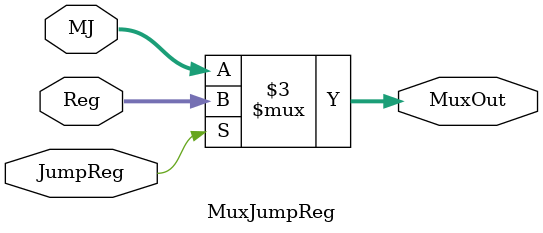
<source format=v>
module MuxJumpReg (MJ, Reg, JumpReg, MuxOut);

	input [31:0] MJ, Reg;
	input JumpReg;
	output reg [31:0] MuxOut;
	
	always@(*)
		begin
			if (JumpReg)
				MuxOut = Reg;
			else
				MuxOut = MJ;
		end
		
endmodule

</source>
